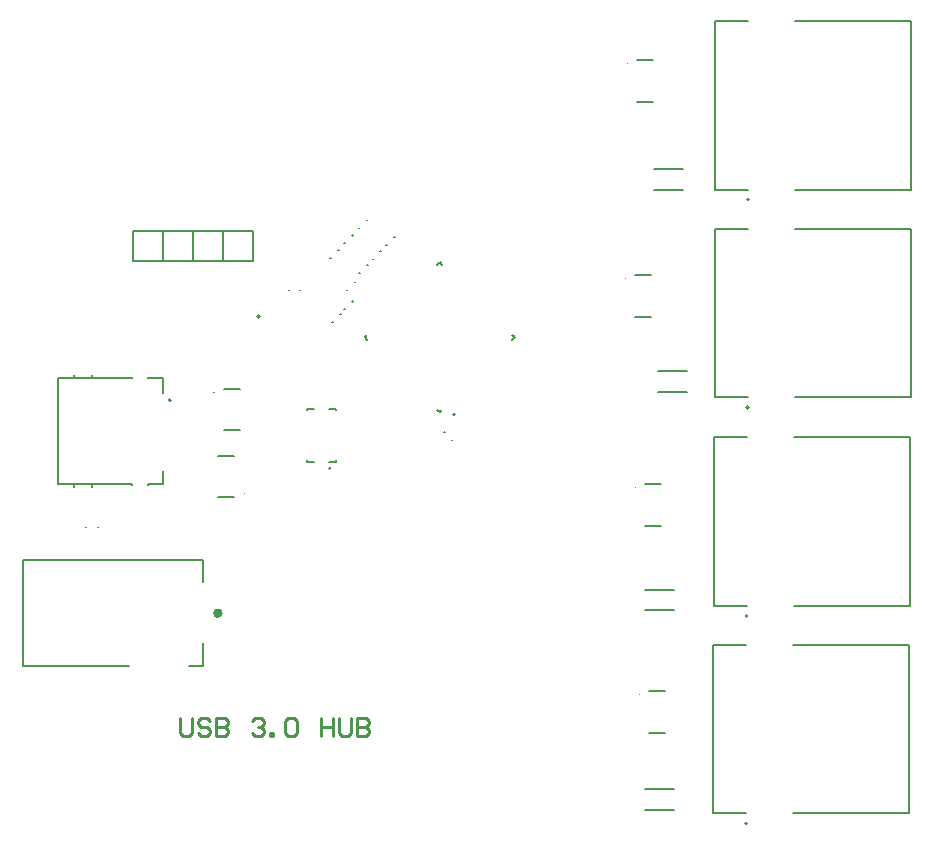
<source format=gto>
G04*
G04 #@! TF.GenerationSoftware,Altium Limited,Altium Designer,24.0.1 (36)*
G04*
G04 Layer_Color=65535*
%FSLAX44Y44*%
%MOMM*%
G71*
G04*
G04 #@! TF.SameCoordinates,3B49473D-73B2-42EE-9F38-8EB038721B03*
G04*
G04*
G04 #@! TF.FilePolarity,Positive*
G04*
G01*
G75*
%ADD10C,0.2000*%
%ADD11C,0.1000*%
%ADD12C,0.1400*%
%ADD13C,0.4000*%
%ADD14C,0.1270*%
%ADD15C,0.1524*%
%ADD16C,0.2540*%
D10*
X596896Y864042D02*
G03*
X596896Y864042I-1000J0D01*
G01*
X356000Y876230D02*
G03*
X356000Y876230I-1000J0D01*
G01*
X844000Y517750D02*
G03*
X844000Y517750I-1000J0D01*
G01*
X845750Y1046000D02*
G03*
X845750Y1046000I-1000J0D01*
G01*
X431250Y947000D02*
G03*
X431250Y947000I-1000J0D01*
G01*
X844500Y693500D02*
G03*
X844500Y693500I-1000J0D01*
G01*
X845250Y870000D02*
G03*
X845250Y870000I-1000J0D01*
G01*
X764948Y1071541D02*
X789530D01*
X764948Y1053959D02*
X789530D01*
X757220Y546791D02*
X781802D01*
X757220Y529209D02*
X781802D01*
X757209Y715791D02*
X781791D01*
X757209Y698209D02*
X781791D01*
X768220Y901041D02*
X792802D01*
X768220Y883459D02*
X792802D01*
D11*
X418300Y796750D02*
G03*
X418300Y796750I-500J0D01*
G01*
X392884Y883000D02*
G03*
X392884Y883000I-500J0D01*
G01*
X740950Y979250D02*
G03*
X740950Y979250I-500J0D01*
G01*
X753250Y627250D02*
G03*
X753250Y627250I-500J0D01*
G01*
X749700Y802500D02*
G03*
X749700Y802500I-500J0D01*
G01*
X743050Y1161500D02*
G03*
X743050Y1161500I-500J0D01*
G01*
D12*
X491200Y818500D02*
G03*
X491200Y818500I-700J0D01*
G01*
D13*
X397750Y695750D02*
G03*
X397750Y695750I-2000J0D01*
G01*
D14*
X583557Y865774D02*
X585678Y867895D01*
X645075Y927292D02*
X647197Y929414D01*
X519917D02*
X522039Y931535D01*
X581436Y990932D02*
X583557Y993053D01*
X581436Y867895D02*
X583557Y865774D01*
X645075Y931535D02*
X647197Y929414D01*
X519917D02*
X522039Y927292D01*
X583557Y993053D02*
X585678Y990932D01*
X323000Y894700D02*
Y895500D01*
X337000Y894700D02*
Y895500D01*
Y804500D02*
Y805300D01*
X323000Y804500D02*
Y805300D01*
X274000Y802500D02*
Y805300D01*
X289000Y802500D02*
Y805300D01*
X274000Y894700D02*
Y897500D01*
X289000Y895000D02*
Y897500D01*
X337000Y805300D02*
X349000D01*
Y816000D01*
X289000Y805300D02*
X323000D01*
X274000D02*
X289000D01*
X260000D02*
X274000D01*
X260000D02*
Y894700D01*
X274000D01*
X323000D01*
X337000D02*
X349000D01*
Y882000D02*
Y894700D01*
X538461Y1007821D02*
X538820Y1007462D01*
X545179Y1014539D02*
X545538Y1014180D01*
X396050Y794250D02*
X409550D01*
X396050Y829250D02*
X409550D01*
X400634Y885500D02*
X414134D01*
X400634Y850500D02*
X414134D01*
X748700Y946750D02*
X762200D01*
X748700Y981750D02*
X762200D01*
X761000Y594750D02*
X774500D01*
X761000Y629750D02*
X774500D01*
X757450Y770000D02*
X770950D01*
X757450Y805000D02*
X770950D01*
X750800Y1129000D02*
X764300D01*
X750800Y1164000D02*
X764300D01*
X594025Y842182D02*
X594384Y842542D01*
X587307Y848900D02*
X587667Y849259D01*
X496000Y824000D02*
Y825500D01*
X490000Y824000D02*
X496000D01*
X471000D02*
X477000D01*
X471000D02*
Y825500D01*
X496000Y868000D02*
Y869000D01*
X489500D02*
X496000D01*
X471000D02*
X477000D01*
X471000Y868000D02*
Y869000D01*
X284500Y768495D02*
Y769003D01*
X294000Y768495D02*
Y769003D01*
X815000Y526250D02*
X843200D01*
X882800D02*
X981000D01*
X815000Y669250D02*
X843200D01*
X882800D02*
X981000D01*
Y526250D02*
Y669250D01*
X815000Y526250D02*
Y669250D01*
X522332Y990885D02*
X522692Y990526D01*
X515615Y984168D02*
X515974Y983808D01*
X511525Y976193D02*
X511884Y975834D01*
X504807Y969475D02*
X505167Y969116D01*
X521832Y1028635D02*
X522192Y1028276D01*
X515115Y1021918D02*
X515474Y1021558D01*
X455750Y969245D02*
Y969753D01*
X465250Y969245D02*
Y969753D01*
X509582Y1015885D02*
X509942Y1015526D01*
X502865Y1009168D02*
X503224Y1008808D01*
X533428Y1002789D02*
X533788Y1002430D01*
X526711Y996071D02*
X527070Y995712D01*
X497582Y1003385D02*
X497942Y1003026D01*
X490865Y996668D02*
X491224Y996308D01*
X502712Y953320D02*
X503071Y952961D01*
X509430Y960038D02*
X509789Y959678D01*
X499429Y949289D02*
X499788Y948930D01*
X492711Y942571D02*
X493070Y942212D01*
X816750Y1054500D02*
X844950D01*
X884550D02*
X982750D01*
X816750Y1197500D02*
X844950D01*
X884550D02*
X982750D01*
Y1054500D02*
Y1197500D01*
X816750Y1054500D02*
Y1197500D01*
X382750Y650750D02*
Y670250D01*
X230750Y650750D02*
X320250D01*
X382750Y722250D02*
Y740750D01*
X371250Y650750D02*
X382750D01*
X230750Y740750D02*
X382750D01*
X230750Y650750D02*
Y740750D01*
X815500Y702000D02*
X843700D01*
X883300D02*
X981500D01*
X815500Y845000D02*
X843700D01*
X883300D02*
X981500D01*
Y702000D02*
Y845000D01*
X815500Y702000D02*
Y845000D01*
X816250Y878500D02*
X844450D01*
X884050D02*
X982250D01*
X816250Y1021500D02*
X844450D01*
X884050D02*
X982250D01*
Y878500D02*
Y1021500D01*
X816250Y878500D02*
Y1021500D01*
D15*
X375100Y1019450D02*
X400500D01*
X375100Y994050D02*
Y1019450D01*
Y994050D02*
X400500D01*
Y1019450D01*
X425900D01*
X400500Y994050D02*
Y1019450D01*
Y994050D02*
X425900D01*
Y1019450D01*
X349700D02*
X375100D01*
X349700Y994050D02*
Y1019450D01*
Y994050D02*
X375100D01*
Y1019450D01*
X349700Y994050D02*
Y1019450D01*
X324300Y994050D02*
X349700D01*
X324300D02*
Y1019450D01*
X349700D01*
D16*
X364040Y607275D02*
Y594579D01*
X366579Y592040D01*
X371657D01*
X374197Y594579D01*
Y607275D01*
X389432Y604736D02*
X386893Y607275D01*
X381814D01*
X379275Y604736D01*
Y602197D01*
X381814Y599658D01*
X386893D01*
X389432Y597118D01*
Y594579D01*
X386893Y592040D01*
X381814D01*
X379275Y594579D01*
X394510Y607275D02*
Y592040D01*
X402128D01*
X404667Y594579D01*
Y597118D01*
X402128Y599658D01*
X394510D01*
X402128D01*
X404667Y602197D01*
Y604736D01*
X402128Y607275D01*
X394510D01*
X424980Y604736D02*
X427519Y607275D01*
X432598D01*
X435137Y604736D01*
Y602197D01*
X432598Y599658D01*
X430059D01*
X432598D01*
X435137Y597118D01*
Y594579D01*
X432598Y592040D01*
X427519D01*
X424980Y594579D01*
X440215Y592040D02*
Y594579D01*
X442755D01*
Y592040D01*
X440215D01*
X452911Y604736D02*
X455450Y607275D01*
X460529D01*
X463068Y604736D01*
Y594579D01*
X460529Y592040D01*
X455450D01*
X452911Y594579D01*
Y604736D01*
X483381Y607275D02*
Y592040D01*
Y599658D01*
X493538D01*
Y607275D01*
Y592040D01*
X498616Y607275D02*
Y594579D01*
X501156Y592040D01*
X506234D01*
X508773Y594579D01*
Y607275D01*
X513852D02*
Y592040D01*
X521469D01*
X524008Y594579D01*
Y597118D01*
X521469Y599658D01*
X513852D01*
X521469D01*
X524008Y602197D01*
Y604736D01*
X521469Y607275D01*
X513852D01*
M02*

</source>
